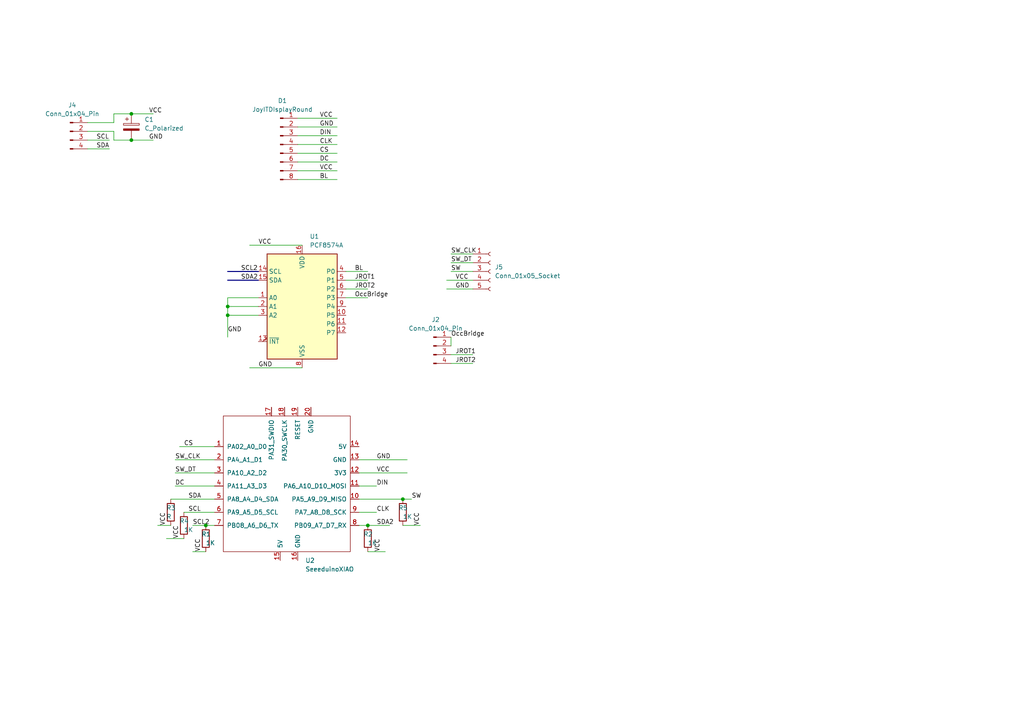
<source format=kicad_sch>
(kicad_sch (version 20230121) (generator eeschema)
  (paper "A4")
  (lib_symbols
    (symbol "Connector:Conn_01x04_Pin" (pin_names (offset 1.016) hide)
      (property "Reference" "J" (at 0 5.08 0))
      (property "Value" "Conn_01x04_Pin" (at 0 -7.62 0))
      (symbol "Conn_01x04_Pin_1_1"
        (polyline (pts (xy 1.27 -5.08) (xy 0.8636 -5.08)) (stroke (width 0.1524)))
        (polyline (pts (xy 1.27 -2.54) (xy 0.8636 -2.54)) (stroke (width 0.1524)))
        (polyline (pts (xy 1.27 0) (xy 0.8636 0)) (stroke (width 0.1524)))
        (polyline (pts (xy 1.27 2.54) (xy 0.8636 2.54)) (stroke (width 0.1524)))
        (rectangle (start 0.8636 -4.953) (end 0 -5.207) (stroke (width 0.1524)) (fill (type outline)))
        (rectangle (start 0.8636 -2.413) (end 0 -2.667) (stroke (width 0.1524)) (fill (type outline)))
        (rectangle (start 0.8636 0.127) (end 0 -0.127) (stroke (width 0.1524)) (fill (type outline)))
        (rectangle (start 0.8636 2.667) (end 0 2.413) (stroke (width 0.1524)) (fill (type outline)))
        (pin passive line (at 5.08 2.54 180) (length 3.81) (name "Pin_1") (number "1"))
        (pin passive line (at 5.08 0 180) (length 3.81) (name "Pin_2") (number "2"))
        (pin passive line (at 5.08 -2.54 180) (length 3.81) (name "Pin_3") (number "3"))
        (pin passive line (at 5.08 -5.08 180) (length 3.81) (name "Pin_4") (number "4"))
      )
    )
    (symbol "Connector:Conn_01x05_Socket" (pin_names (offset 1.016) hide)
      (property "Reference" "J" (at 0 7.62 0))
      (property "Value" "Conn_01x05_Socket" (at 0 -7.62 0))
      (symbol "Conn_01x05_Socket_1_1"
        (arc (start 0 -4.572) (mid -0.5058 -5.08) (end 0 -5.588) (stroke (width 0.1524)))
        (arc (start 0 -2.032) (mid -0.5058 -2.54) (end 0 -3.048) (stroke (width 0.1524)))
        (polyline (pts (xy -1.27 -5.08) (xy -0.508 -5.08)) (stroke (width 0.1524)))
        (polyline (pts (xy -1.27 -2.54) (xy -0.508 -2.54)) (stroke (width 0.1524)))
        (polyline (pts (xy -1.27 0) (xy -0.508 0)) (stroke (width 0.1524)))
        (polyline (pts (xy -1.27 2.54) (xy -0.508 2.54)) (stroke (width 0.1524)))
        (polyline (pts (xy -1.27 5.08) (xy -0.508 5.08)) (stroke (width 0.1524)))
        (arc (start 0 0.508) (mid -0.5058 0) (end 0 -0.508) (stroke (width 0.1524)))
        (arc (start 0 3.048) (mid -0.5058 2.54) (end 0 2.032) (stroke (width 0.1524)))
        (arc (start 0 5.588) (mid -0.5058 5.08) (end 0 4.572) (stroke (width 0.1524)))
        (pin passive line (at -5.08 5.08 0) (length 3.81) (name "Pin_1") (number "1"))
        (pin passive line (at -5.08 2.54 0) (length 3.81) (name "Pin_2") (number "2"))
        (pin passive line (at -5.08 0 0) (length 3.81) (name "Pin_3") (number "3"))
        (pin passive line (at -5.08 -2.54 0) (length 3.81) (name "Pin_4") (number "4"))
        (pin passive line (at -5.08 -5.08 0) (length 3.81) (name "Pin_5") (number "5"))
      )
    )
    (symbol "Device:C_Polarized" (pin_numbers hide) (pin_names (offset 0.254))
      (property "Reference" "C" (at 0.635 2.54 0))
      (property "Value" "C_Polarized" (at 0.635 -2.54 0))
      (symbol "C_Polarized_0_1"
        (rectangle (start -2.286 0.508) (end 2.286 1.016))
        (polyline (pts (xy -1.778 2.286) (xy -0.762 2.286)))
        (polyline (pts (xy -1.27 2.794) (xy -1.27 1.778)))
        (rectangle (start 2.286 -0.508) (end -2.286 -1.016) (fill (type outline)))
      )
      (symbol "C_Polarized_1_1"
        (pin passive line (at 0 3.81 270) (length 2.794) (name "~") (number "1"))
        (pin passive line (at 0 -3.81 90) (length 2.794) (name "~") (number "2"))
      )
    )
    (symbol "Device:R" (pin_numbers hide) (pin_names (offset 0))
      (property "Reference" "R" (at 2.032 0 90))
      (property "Value" "R" (at 0 0 90))
      (symbol "R_0_1"
        (rectangle (start -1.016 -2.54) (end 1.016 2.54) (stroke (width 0.254)))
      )
      (symbol "R_1_1"
        (pin passive line (at 0 3.81 270) (length 1.27) (name "~") (number "1"))
        (pin passive line (at 0 -3.81 90) (length 1.27) (name "~") (number "2"))
      )
    )
    (symbol "Interface_Expansion:PCF8574A"
      (property "Reference" "U" (at -8.89 16.51 0))
      (property "Value" "PCF8574A" (at 2.54 16.51 0))
      (symbol "PCF8574A_0_1"
        (rectangle (start -10.16 15.24) (end 10.16 -15.24) (stroke (width 0.254)) (fill (type background)))
      )
      (symbol "PCF8574A_1_1"
        (pin input line (at -12.7 2.54 0) (length 2.54) (name "A0") (number "1"))
        (pin bidirectional line (at 12.7 -2.54 180) (length 2.54) (name "P5") (number "10"))
        (pin bidirectional line (at 12.7 -5.08 180) (length 2.54) (name "P6") (number "11"))
        (pin bidirectional line (at 12.7 -7.62 180) (length 2.54) (name "P7") (number "12"))
        (pin open_collector output_low (at -12.7 -10.16 0) (length 2.54) (name "~{INT}") (number "13"))
        (pin input line (at -12.7 10.16 0) (length 2.54) (name "SCL") (number "14"))
        (pin bidirectional line (at -12.7 7.62 0) (length 2.54) (name "SDA") (number "15"))
        (pin power_in line (at 0 17.78 270) (length 2.54) (name "VDD") (number "16"))
        (pin input line (at -12.7 0 0) (length 2.54) (name "A1") (number "2"))
        (pin input line (at -12.7 -2.54 0) (length 2.54) (name "A2") (number "3"))
        (pin bidirectional line (at 12.7 10.16 180) (length 2.54) (name "P0") (number "4"))
        (pin bidirectional line (at 12.7 7.62 180) (length 2.54) (name "P1") (number "5"))
        (pin bidirectional line (at 12.7 5.08 180) (length 2.54) (name "P2") (number "6"))
        (pin bidirectional line (at 12.7 2.54 180) (length 2.54) (name "P3") (number "7"))
        (pin power_in line (at 0 -17.78 90) (length 2.54) (name "VSS") (number "8"))
        (pin bidirectional line (at 12.7 0 180) (length 2.54) (name "P4") (number "9"))
      )
    )
    (symbol "Seeeduino XIAO:SeeeduinoXIAO" (pin_names (offset 1.016))
      (property "Reference" "U" (at -19.05 22.86 0))
      (property "Value" "SeeeduinoXIAO" (at -12.7 21.59 0))
      (symbol "SeeeduinoXIAO_0_1"
        (rectangle (start -19.05 20.32) (end 17.78 -19.05))
      )
      (symbol "SeeeduinoXIAO_1_1"
        (pin unspecified line (at -21.59 11.43 0) (length 2.54) (name "PA02_A0_D0") (number "1"))
        (pin unspecified line (at 20.32 -3.81 180) (length 2.54) (name "PA5_A9_D9_MISO") (number "10"))
        (pin unspecified line (at 20.32 0 180) (length 2.54) (name "PA6_A10_D10_MOSI") (number "11"))
        (pin unspecified line (at 20.32 3.81 180) (length 2.54) (name "3V3") (number "12"))
        (pin unspecified line (at 20.32 7.62 180) (length 2.54) (name "GND") (number "13"))
        (pin unspecified line (at 20.32 11.43 180) (length 2.54) (name "5V") (number "14"))
        (pin input line (at -2.54 -21.59 90) (length 2.54) (name "5V") (number "15"))
        (pin input line (at 2.54 -21.59 90) (length 2.54) (name "GND") (number "16"))
        (pin input line (at -5.08 22.86 270) (length 2.54) (name "PA31_SWDIO") (number "17"))
        (pin input line (at -1.27 22.86 270) (length 2.54) (name "PA30_SWCLK") (number "18"))
        (pin input line (at 2.54 22.86 270) (length 2.54) (name "RESET") (number "19"))
        (pin unspecified line (at -21.59 7.62 0) (length 2.54) (name "PA4_A1_D1") (number "2"))
        (pin input line (at 6.35 22.86 270) (length 2.54) (name "GND") (number "20"))
        (pin unspecified line (at -21.59 3.81 0) (length 2.54) (name "PA10_A2_D2") (number "3"))
        (pin unspecified line (at -21.59 0 0) (length 2.54) (name "PA11_A3_D3") (number "4"))
        (pin unspecified line (at -21.59 -3.81 0) (length 2.54) (name "PA8_A4_D4_SDA") (number "5"))
        (pin unspecified line (at -21.59 -7.62 0) (length 2.54) (name "PA9_A5_D5_SCL") (number "6"))
        (pin unspecified line (at -21.59 -11.43 0) (length 2.54) (name "PB08_A6_D6_TX") (number "7"))
        (pin unspecified line (at 20.32 -11.43 180) (length 2.54) (name "PB09_A7_D7_RX") (number "8"))
        (pin unspecified line (at 20.32 -7.62 180) (length 2.54) (name "PA7_A8_D8_SCK") (number "9"))
      )
    )
    (symbol "joyitDisplayRound:JoyITDIsplayRound" (pin_names (offset 1.016) hide)
      (property "Reference" "D" (at 0 10.16 0))
      (property "Value" "JoyITDIsplayRound" (at 0 -12.7 0))
      (symbol "JoyITDIsplayRound_1_1"
        (polyline (pts (xy 1.27 -10.16) (xy 0.8636 -10.16)) (stroke (width 0.1524)))
        (polyline (pts (xy 1.27 -7.62) (xy 0.8636 -7.62)) (stroke (width 0.1524)))
        (polyline (pts (xy 1.27 -5.08) (xy 0.8636 -5.08)) (stroke (width 0.1524)))
        (polyline (pts (xy 1.27 -2.54) (xy 0.8636 -2.54)) (stroke (width 0.1524)))
        (polyline (pts (xy 1.27 0) (xy 0.8636 0)) (stroke (width 0.1524)))
        (polyline (pts (xy 1.27 2.54) (xy 0.8636 2.54)) (stroke (width 0.1524)))
        (polyline (pts (xy 1.27 5.08) (xy 0.8636 5.08)) (stroke (width 0.1524)))
        (polyline (pts (xy 1.27 7.62) (xy 0.8636 7.62)) (stroke (width 0.1524)))
        (rectangle (start 0.8636 -10.033) (end 0 -10.287) (stroke (width 0.1524)) (fill (type outline)))
        (rectangle (start 0.8636 -7.493) (end 0 -7.747) (stroke (width 0.1524)) (fill (type outline)))
        (rectangle (start 0.8636 -4.953) (end 0 -5.207) (stroke (width 0.1524)) (fill (type outline)))
        (rectangle (start 0.8636 -2.413) (end 0 -2.667) (stroke (width 0.1524)) (fill (type outline)))
        (rectangle (start 0.8636 0.127) (end 0 -0.127) (stroke (width 0.1524)) (fill (type outline)))
        (rectangle (start 0.8636 2.667) (end 0 2.413) (stroke (width 0.1524)) (fill (type outline)))
        (rectangle (start 0.8636 5.207) (end 0 4.953) (stroke (width 0.1524)) (fill (type outline)))
        (rectangle (start 0.8636 7.747) (end 0 7.493) (stroke (width 0.1524)) (fill (type outline)))
        (pin passive line (at 5.08 7.62 180) (length 3.81) (name "VCC") (number "1"))
        (pin passive line (at 5.08 5.08 180) (length 3.81) (name "GND") (number "2"))
        (pin passive line (at 5.08 2.54 180) (length 3.81) (name "DIN") (number "3"))
        (pin passive line (at 5.08 0 180) (length 3.81) (name "CLK") (number "4"))
        (pin passive line (at 5.08 -2.54 180) (length 3.81) (name "CS") (number "5"))
        (pin passive line (at 5.08 -5.08 180) (length 3.81) (name "DC") (number "6"))
        (pin passive line (at 5.08 -7.62 180) (length 3.81) (name "RST") (number "7"))
        (pin passive line (at 5.08 -10.16 180) (length 3.81) (name "BL") (number "8"))
      )
    )
  )
  (junction (at 38.1 33.02))
  (junction (at 116.84 144.78))
  (junction (at 59.69 152.4))
  (junction (at 66.04 88.9))
  (junction (at 38.1 40.64))
  (junction (at 106.68 152.4))
  (junction (at 66.04 91.44))
  (wire (pts (xy 38.1 40.64) (xy 33.02 40.64)))
  (wire (pts (xy 50.8 137.16) (xy 62.23 137.16)))
  (wire (pts (xy 104.14 137.16) (xy 118.11 137.16)))
  (wire (pts (xy 25.4 43.18) (xy 31.75 43.18)))
  (wire (pts (xy 130.81 102.87) (xy 137.16 102.87)))
  (wire (pts (xy 86.36 41.91) (xy 97.79 41.91)))
  (wire (pts (xy 38.1 33.02) (xy 33.02 33.02)))
  (wire (pts (xy 72.39 106.68) (xy 87.63 106.68)))
  (wire (pts (xy 104.14 152.4) (xy 106.68 152.4)))
  (wire (pts (xy 66.04 86.36) (xy 66.04 88.9)))
  (wire (pts (xy 45.72 152.4) (xy 49.53 152.4)))
  (wire (pts (xy 129.54 81.28) (xy 137.16 81.28)))
  (wire (pts (xy 104.14 148.59) (xy 109.22 148.59)))
  (wire (pts (xy 25.4 40.64) (xy 31.75 40.64)))
  (wire (pts (xy 66.04 88.9) (xy 74.93 88.9)))
  (wire (pts (xy 129.54 83.82) (xy 137.16 83.82)))
  (wire (pts (xy 100.33 81.28) (xy 106.68 81.28)))
  (wire (pts (xy 66.04 91.44) (xy 66.04 97.79)))
  (wire (pts (xy 25.4 35.56) (xy 33.02 35.56)))
  (wire (pts (xy 33.02 40.64) (xy 33.02 38.1)))
  (wire (pts (xy 49.53 144.78) (xy 62.23 144.78)))
  (wire (pts (xy 86.36 46.99) (xy 97.79 46.99)))
  (wire (pts (xy 104.14 144.78) (xy 116.84 144.78)))
  (wire (pts (xy 86.36 34.29) (xy 97.79 34.29)))
  (wire (pts (xy 86.36 36.83) (xy 97.79 36.83)))
  (wire (pts (xy 130.81 76.2) (xy 137.16 76.2)))
  (wire (pts (xy 116.84 152.4) (xy 121.92 152.4)))
  (wire (pts (xy 86.36 39.37) (xy 97.79 39.37)))
  (bus (pts (xy 66.04 81.28) (xy 74.93 81.28)))
  (wire (pts (xy 55.88 160.02) (xy 59.69 160.02)))
  (wire (pts (xy 130.81 105.41) (xy 137.16 105.41)))
  (wire (pts (xy 38.1 33.02) (xy 44.45 33.02)))
  (wire (pts (xy 50.8 140.97) (xy 62.23 140.97)))
  (wire (pts (xy 25.4 38.1) (xy 33.02 38.1)))
  (wire (pts (xy 104.14 140.97) (xy 109.22 140.97)))
  (wire (pts (xy 74.93 91.44) (xy 66.04 91.44)))
  (wire (pts (xy 86.36 49.53) (xy 97.79 49.53)))
  (wire (pts (xy 106.68 152.4) (xy 113.03 152.4)))
  (wire (pts (xy 86.36 44.45) (xy 97.79 44.45)))
  (wire (pts (xy 100.33 83.82) (xy 106.68 83.82)))
  (wire (pts (xy 53.34 148.59) (xy 62.23 148.59)))
  (wire (pts (xy 130.81 97.79) (xy 130.81 100.33)))
  (wire (pts (xy 48.26 156.21) (xy 53.34 156.21)))
  (wire (pts (xy 104.14 133.35) (xy 118.11 133.35)))
  (wire (pts (xy 106.68 160.02) (xy 111.76 160.02)))
  (wire (pts (xy 33.02 33.02) (xy 33.02 35.56)))
  (wire (pts (xy 100.33 78.74) (xy 106.68 78.74)))
  (wire (pts (xy 38.1 40.64) (xy 44.45 40.64)))
  (wire (pts (xy 130.81 78.74) (xy 137.16 78.74)))
  (wire (pts (xy 50.8 133.35) (xy 62.23 133.35)))
  (wire (pts (xy 52.07 129.54) (xy 62.23 129.54)))
  (wire (pts (xy 72.39 71.12) (xy 87.63 71.12)))
  (wire (pts (xy 66.04 88.9) (xy 66.04 91.44)))
  (wire (pts (xy 100.33 86.36) (xy 106.68 86.36)))
  (wire (pts (xy 116.84 144.78) (xy 119.38 144.78)))
  (wire (pts (xy 130.81 73.66) (xy 137.16 73.66)))
  (bus (pts (xy 66.04 78.74) (xy 74.93 78.74)))
  (wire (pts (xy 59.69 152.4) (xy 62.23 152.4)))
  (wire (pts (xy 55.88 152.4) (xy 59.69 152.4)))
  (wire (pts (xy 74.93 86.36) (xy 66.04 86.36)))
  (wire (pts (xy 86.36 52.07) (xy 97.79 52.07)))
  (label "JROT2" (at 102.87 83.82 0))
  (label "BL" (at 92.71 52.07 0))
  (label "VCC" (at 110.49 160.02 90))
  (label "VCC" (at 52.07 156.21 90))
  (label "VCC" (at 132.08 81.28 0))
  (label "SCL" (at 54.61 148.59 0))
  (label "SDA2" (at 109.22 152.4 0))
  (label "SCL" (at 27.94 40.64 0))
  (label "GND" (at 92.71 36.83 0))
  (label "SW" (at 119.38 144.78 0))
  (label "VCC" (at 48.26 152.4 90))
  (label "SCL2" (at 55.88 152.4 0))
  (label "BL" (at 102.87 78.74 0))
  (label "CLK" (at 92.71 41.91 0))
  (label "SW_DT" (at 130.81 76.2 0))
  (label "VCC" (at 43.18 33.02 0))
  (label "SDA" (at 54.61 144.78 0))
  (label "GND" (at 66.04 96.52 0))
  (label "SDA" (at 27.94 43.18 0))
  (label "GND" (at 109.22 133.35 0))
  (label "VCC" (at 109.22 137.16 0))
  (label "VCC" (at 58.42 160.02 90))
  (label "CLK" (at 109.22 148.59 0))
  (label "OccBridge" (at 102.87 86.36 0))
  (label "DC" (at 50.8 140.97 0))
  (label "GND" (at 132.08 83.82 0))
  (label "VCC" (at 74.93 71.12 0))
  (label "GND" (at 43.18 40.64 0))
  (label "DC" (at 92.71 46.99 0))
  (label "GND" (at 74.93 106.68 0))
  (label "JROT2" (at 132.08 105.41 0))
  (label "SCL2" (at 69.85 78.74 0))
  (label "SW_CLK" (at 130.81 73.66 0))
  (label "VCC" (at 121.92 152.4 90))
  (label "CS" (at 92.71 44.45 0))
  (label "JROT1" (at 102.87 81.28 0))
  (label "OccBridge" (at 130.81 97.79 0))
  (label "SW_CLK" (at 50.8 133.35 0))
  (label "VCC" (at 92.71 34.29 0))
  (label "VCC" (at 92.71 49.53 0))
  (label "DIN" (at 92.71 39.37 0))
  (label "SW" (at 130.81 78.74 0))
  (label "SDA2" (at 69.85 81.28 0))
  (label "CS" (at 53.34 129.54 0))
  (label "SW_DT" (at 50.8 137.16 0))
  (label "DIN" (at 109.22 140.97 0))
  (label "JROT1" (at 132.08 102.87 0))
  (symbol (lib_id "Device:R") (at 53.34 152.4 0) (unit 1)
    (property "Reference" "R4" (at 52.07 151.13 0) (effects (justify left)))
    (property "Value" "1K" (at 53.34 153.67 0) (effects (justify left)))
    (property "Footprint" "Resistor_THT:R_Axial_DIN0207_L6.3mm_D2.5mm_P7.62mm_Horizontal" (effects hide))
  )
  (symbol (lib_id "Device:R") (at 49.53 148.59 180) (unit 1)
    (property "Reference" "R3" (at 48.26 147.32 0) (effects (justify right)))
    (property "Value" "R" (at 48.26 149.86 0) (effects (justify right)))
    (property "Footprint" "Resistor_THT:R_Axial_DIN0207_L6.3mm_D2.5mm_P7.62mm_Horizontal" (effects hide))
  )
  (symbol (lib_id "Connector:Conn_01x04_Pin") (at 125.73 100.33 0) (unit 1)
    (property "Reference" "J2" (at 126.365 92.71 0))
    (property "Value" "Conn_01x04_Pin" (at 126.365 95.25 0))
    (property "Footprint" "Connector_PinHeader_2.54mm:PinHeader_1x04_P2.54mm_Vertical" (effects hide))
  )
  (symbol (lib_id "Device:R") (at 59.69 156.21 0) (unit 1)
    (property "Reference" "R1" (at 58.42 154.94 0) (effects (justify left)))
    (property "Value" "1K" (at 59.69 157.48 0) (effects (justify left)))
    (property "Footprint" "Resistor_THT:R_Axial_DIN0207_L6.3mm_D2.5mm_P7.62mm_Horizontal" (effects hide))
  )
  (symbol (lib_id "joyitDisplayRound:JoyITDIsplayRound") (at 81.28 41.91 0) (unit 1)
    (property "Reference" "D1" (at 81.915 29.21 0))
    (property "Value" "JoyITDIsplayRound" (at 81.915 31.75 0))
    (property "Footprint" "OwnLibrary:JoyITDisplayRound2" (effects hide))
  )
  (symbol (lib_id "Interface_Expansion:PCF8574A") (at 87.63 88.9 0) (unit 1)
    (property "Reference" "U1" (at 89.8241 68.58 0) (effects (justify left)))
    (property "Value" "PCF8574A" (at 89.8241 71.12 0) (effects (justify left)))
    (property "Footprint" "Package_DIP:DIP-16_W7.62mm_Socket" (effects hide))
    (property "Datasheet" "http://www.nxp.com/docs/en/data-sheet/PCF8574_PCF8574A.pdf" (effects hide))
  )
  (symbol (lib_id "Device:C_Polarized") (at 38.1 36.83 0) (unit 1)
    (property "Reference" "C1" (at 41.91 34.671 0) (effects (justify left)))
    (property "Value" "C_Polarized" (at 41.91 37.211 0) (effects (justify left)))
    (property "Footprint" "Capacitor_THT:CP_Radial_D8.0mm_P5.00mm" (effects hide))
  )
  (symbol (lib_id "Device:R") (at 106.68 156.21 0) (unit 1)
    (property "Reference" "R2" (at 105.41 154.94 0) (effects (justify left)))
    (property "Value" "1K" (at 106.68 157.48 0) (effects (justify left)))
    (property "Footprint" "Resistor_THT:R_Axial_DIN0207_L6.3mm_D2.5mm_P7.62mm_Horizontal" (effects hide))
  )
  (symbol (lib_id "Device:R") (at 116.84 148.59 0) (unit 1)
    (property "Reference" "R5" (at 115.57 147.32 0) (effects (justify left)))
    (property "Value" "1K" (at 116.84 149.86 0) (effects (justify left)))
    (property "Footprint" "Resistor_THT:R_Axial_DIN0207_L6.3mm_D2.5mm_P7.62mm_Horizontal" (effects hide))
  )
  (symbol (lib_id "Connector:Conn_01x04_Pin") (at 20.32 38.1 0) (unit 1)
    (property "Reference" "J4" (at 20.955 30.48 0))
    (property "Value" "Conn_01x04_Pin" (at 20.955 33.02 0))
    (property "Footprint" "Connector_PinHeader_2.54mm:PinHeader_1x04_P2.54mm_Vertical" (effects hide))
  )
  (symbol (lib_id "Seeeduino XIAO:SeeeduinoXIAO") (at 83.82 140.97 0) (unit 1)
    (property "Reference" "U2" (at 88.5541 162.56 0) (effects (justify left)))
    (property "Value" "SeeeduinoXIAO" (at 88.5541 165.1 0) (effects (justify left)))
    (property "Footprint" "Seeeduino XIAOmod:MODULE_102010388" (effects hide))
  )
  (symbol (lib_id "Connector:Conn_01x05_Socket") (at 142.24 78.74 0) (unit 1)
    (property "Reference" "J5" (at 143.51 77.47 0) (effects (justify left)))
    (property "Value" "Conn_01x05_Socket" (at 143.51 80.01 0) (effects (justify left)))
    (property "Footprint" "Connector_PinSocket_2.54mm:PinSocket_1x05_P2.54mm_Vertical" (effects hide))
  )
)
</source>
